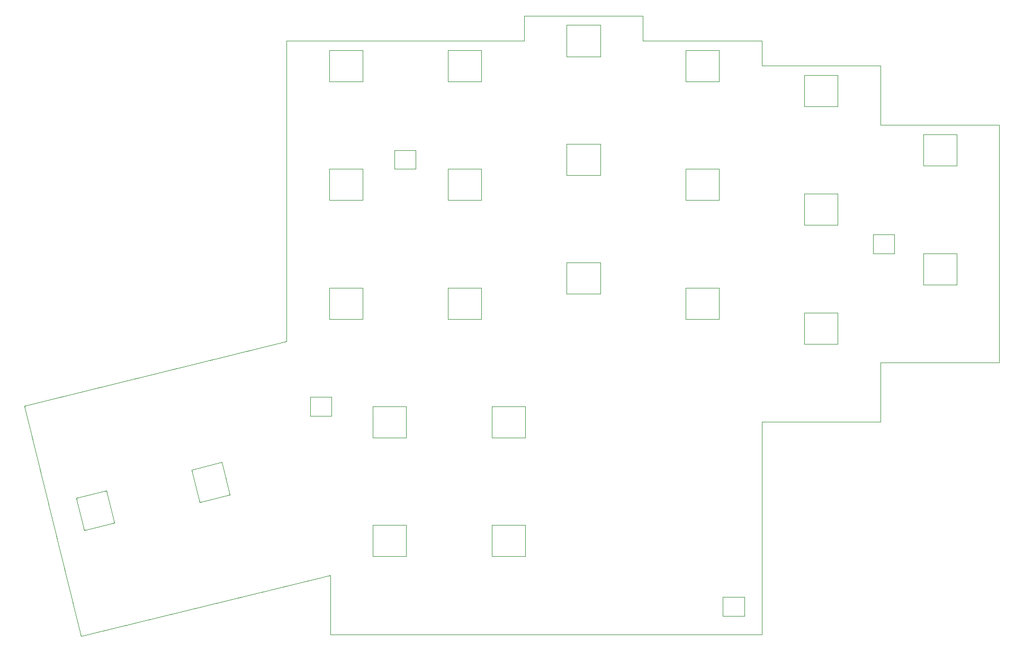
<source format=gbr>
%TF.GenerationSoftware,KiCad,Pcbnew,(5.1.10)-1*%
%TF.CreationDate,2021-08-19T22:55:08-05:00*%
%TF.ProjectId,RightHand,52696768-7448-4616-9e64-2e6b69636164,rev?*%
%TF.SameCoordinates,Original*%
%TF.FileFunction,Profile,NP*%
%FSLAX46Y46*%
G04 Gerber Fmt 4.6, Leading zero omitted, Abs format (unit mm)*
G04 Created by KiCad (PCBNEW (5.1.10)-1) date 2021-08-19 22:55:08*
%MOMM*%
%LPD*%
G01*
G04 APERTURE LIST*
%TA.AperFunction,Profile*%
%ADD10C,0.050000*%
%TD*%
G04 APERTURE END LIST*
D10*
X184300000Y-38000000D02*
X187700000Y-38000000D01*
X184300000Y-35000000D02*
X184300000Y-38000000D01*
X187700000Y-35000000D02*
X184300000Y-35000000D01*
X187700000Y-38000000D02*
X187700000Y-35000000D01*
X111200000Y-21500000D02*
X107800000Y-21500000D01*
X111200000Y-24500000D02*
X111200000Y-21500000D01*
X107800000Y-24500000D02*
X111200000Y-24500000D01*
X107800000Y-21500000D02*
X107800000Y-24500000D01*
X94300000Y-61000000D02*
X97700000Y-61000000D01*
X94300000Y-64000000D02*
X94300000Y-61000000D01*
X97700000Y-64000000D02*
X94300000Y-64000000D01*
X97700000Y-61000000D02*
X97700000Y-64000000D01*
X160300000Y-96000000D02*
X163700000Y-96000000D01*
X160300000Y-93000000D02*
X160300000Y-96000000D01*
X163700000Y-93000000D02*
X160300000Y-93000000D01*
X163700000Y-96000000D02*
X163700000Y-93000000D01*
X90500000Y-4000000D02*
X90500000Y-52089900D01*
X48619500Y-62376300D02*
X90500000Y-52089900D01*
X48619500Y-62376300D02*
X57683400Y-99279500D01*
X57683400Y-99279500D02*
X97500000Y-89500000D01*
X97500000Y-89500000D02*
X97500000Y-99000000D01*
X97500000Y-99000000D02*
X166500000Y-99000000D01*
X166500000Y-65000000D02*
X166500000Y-99000000D01*
X166500000Y-65000000D02*
X185500000Y-65000000D01*
X185500000Y-55500000D02*
X185500000Y-65000000D01*
X185500000Y-55500000D02*
X204500000Y-55500000D01*
X204500000Y-17500000D02*
X204500000Y-55500000D01*
X185500000Y-17500000D02*
X204500000Y-17500000D01*
X185500000Y-8000000D02*
X185500000Y-17500000D01*
X166500000Y-8000000D02*
X185500000Y-8000000D01*
X166500000Y-4000000D02*
X166500000Y-8000000D01*
X147500000Y-4000000D02*
X166500000Y-4000000D01*
X147500000Y0D02*
X147500000Y-4000000D01*
X128500000Y0D02*
X147500000Y0D01*
X128500000Y0D02*
X128500000Y-4000000D01*
X90500000Y-4000000D02*
X128500000Y-4000000D01*
%TO.C,KY1*%
X97325000Y-10500000D02*
X97325000Y-5500000D01*
X102675000Y-10500000D02*
X97325000Y-10500000D01*
X102675000Y-5500000D02*
X102675000Y-10500000D01*
X97325000Y-5500000D02*
X102675000Y-5500000D01*
%TO.C,KU1*%
X116325000Y-10500000D02*
X116325000Y-5500000D01*
X121675000Y-10500000D02*
X116325000Y-10500000D01*
X121675000Y-5500000D02*
X121675000Y-10500000D01*
X116325000Y-5500000D02*
X121675000Y-5500000D01*
%TO.C,KTG_D1*%
X123325000Y-86500000D02*
X123325000Y-81500000D01*
X128675000Y-86500000D02*
X123325000Y-86500000D01*
X128675000Y-81500000D02*
X128675000Y-86500000D01*
X123325000Y-81500000D02*
X128675000Y-81500000D01*
%TO.C,KTG_C1*%
X104325000Y-86500000D02*
X104325000Y-81500000D01*
X109675000Y-86500000D02*
X104325000Y-86500000D01*
X109675000Y-81500000D02*
X109675000Y-86500000D01*
X104325000Y-81500000D02*
X109675000Y-81500000D01*
%TO.C,KTG_B1*%
X123325000Y-67500000D02*
X123325000Y-62500000D01*
X128675000Y-67500000D02*
X123325000Y-67500000D01*
X128675000Y-62500000D02*
X128675000Y-67500000D01*
X123325000Y-62500000D02*
X128675000Y-62500000D01*
%TO.C,KTG_A1*%
X104325000Y-67500000D02*
X104325000Y-62500000D01*
X109675000Y-67500000D02*
X104325000Y-67500000D01*
X109675000Y-62500000D02*
X109675000Y-67500000D01*
X104325000Y-62500000D02*
X109675000Y-62500000D01*
%TO.C,KSEMICOLON1*%
X173325000Y-33500000D02*
X173325000Y-28500000D01*
X178675000Y-33500000D02*
X173325000Y-33500000D01*
X178675000Y-28500000D02*
X178675000Y-33500000D01*
X173325000Y-28500000D02*
X178675000Y-28500000D01*
%TO.C,KPERIOD1*%
X154325000Y-48500000D02*
X154325000Y-43500000D01*
X159675000Y-48500000D02*
X154325000Y-48500000D01*
X159675000Y-43500000D02*
X159675000Y-48500000D01*
X154325000Y-43500000D02*
X159675000Y-43500000D01*
%TO.C,KP1*%
X173325000Y-14500000D02*
X173325000Y-9500000D01*
X178675000Y-14500000D02*
X173325000Y-14500000D01*
X178675000Y-9500000D02*
X178675000Y-14500000D01*
X173325000Y-9500000D02*
X178675000Y-9500000D01*
%TO.C,KO1*%
X154325000Y-10500000D02*
X154325000Y-5500000D01*
X159675000Y-10500000D02*
X154325000Y-10500000D01*
X159675000Y-5500000D02*
X159675000Y-10500000D01*
X154325000Y-5500000D02*
X159675000Y-5500000D01*
%TO.C,KN1*%
X97325000Y-48500000D02*
X97325000Y-43500000D01*
X102675000Y-48500000D02*
X97325000Y-48500000D01*
X102675000Y-43500000D02*
X102675000Y-48500000D01*
X97325000Y-43500000D02*
X102675000Y-43500000D01*
%TO.C,KM1*%
X116325000Y-48500000D02*
X116325000Y-43500000D01*
X121675000Y-48500000D02*
X116325000Y-48500000D01*
X121675000Y-43500000D02*
X121675000Y-48500000D01*
X116325000Y-43500000D02*
X121675000Y-43500000D01*
%TO.C,KL1*%
X154325000Y-29500000D02*
X154325000Y-24500000D01*
X159675000Y-29500000D02*
X154325000Y-29500000D01*
X159675000Y-24500000D02*
X159675000Y-29500000D01*
X154325000Y-24500000D02*
X159675000Y-24500000D01*
%TO.C,KK1*%
X135325000Y-25500000D02*
X135325000Y-20500000D01*
X140675000Y-25500000D02*
X135325000Y-25500000D01*
X140675000Y-20500000D02*
X140675000Y-25500000D01*
X135325000Y-20500000D02*
X140675000Y-20500000D01*
%TO.C,KJ1*%
X116325000Y-29500000D02*
X116325000Y-24500000D01*
X121675000Y-29500000D02*
X116325000Y-29500000D01*
X121675000Y-24500000D02*
X121675000Y-29500000D01*
X116325000Y-24500000D02*
X121675000Y-24500000D01*
%TO.C,KI1*%
X135325000Y-6500000D02*
X135325000Y-1500000D01*
X140675000Y-6500000D02*
X135325000Y-6500000D01*
X140675000Y-1500000D02*
X140675000Y-6500000D01*
X135325000Y-1500000D02*
X140675000Y-1500000D01*
%TO.C,KH1*%
X97325000Y-29500000D02*
X97325000Y-24500000D01*
X102675000Y-29500000D02*
X97325000Y-29500000D01*
X102675000Y-24500000D02*
X102675000Y-29500000D01*
X97325000Y-24500000D02*
X102675000Y-24500000D01*
%TO.C,KFSLASH1*%
X173325000Y-52500000D02*
X173325000Y-47500000D01*
X178675000Y-52500000D02*
X173325000Y-52500000D01*
X178675000Y-47500000D02*
X178675000Y-52500000D01*
X173325000Y-47500000D02*
X178675000Y-47500000D01*
%TO.C,KENTER1*%
X192325000Y-43000000D02*
X192325000Y-38000000D01*
X197675000Y-43000000D02*
X192325000Y-43000000D01*
X197675000Y-38000000D02*
X197675000Y-43000000D01*
X192325000Y-38000000D02*
X197675000Y-38000000D01*
%TO.C,KCOMMA1*%
X135325000Y-44500000D02*
X135325000Y-39500000D01*
X140675000Y-44500000D02*
X135325000Y-44500000D01*
X140675000Y-39500000D02*
X140675000Y-44500000D01*
X135325000Y-39500000D02*
X140675000Y-39500000D01*
%TO.C,KBACKSPACE1*%
X192325000Y-24000000D02*
X192325000Y-19000000D01*
X197675000Y-24000000D02*
X192325000Y-24000000D01*
X197675000Y-19000000D02*
X197675000Y-24000000D01*
X192325000Y-19000000D02*
X197675000Y-19000000D01*
%TO.C,KT2_1*%
X81466874Y-76627785D02*
X76611203Y-77820452D01*
X80190720Y-71432216D02*
X81466874Y-76627785D01*
X75335049Y-72624883D02*
X80190720Y-71432216D01*
X76611203Y-77820452D02*
X75335049Y-72624883D01*
%TO.C,KT2_2*%
X63015274Y-81159785D02*
X58159603Y-82352452D01*
X61739120Y-75964216D02*
X63015274Y-81159785D01*
X56883449Y-77156883D02*
X61739120Y-75964216D01*
X58159603Y-82352452D02*
X56883449Y-77156883D01*
%TD*%
M02*

</source>
